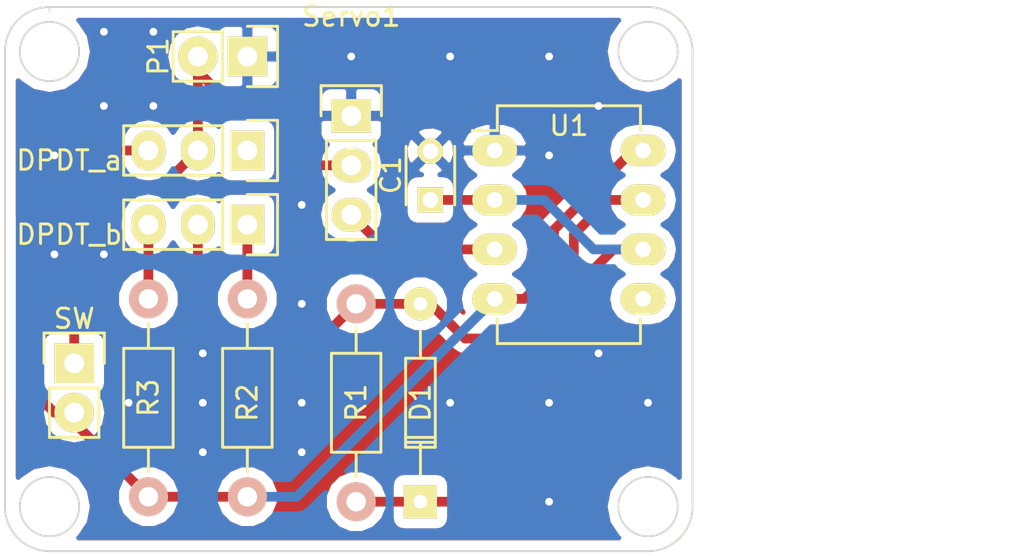
<source format=kicad_pcb>
(kicad_pcb (version 4) (host pcbnew 4.0.4+e1-6308~48~ubuntu15.10.1-stable)

  (general
    (links 21)
    (no_connects 0)
    (area 122.936 85.644666 175.514001 120.904001)
    (thickness 1.6)
    (drawings 23)
    (tracks 117)
    (zones 0)
    (modules 11)
    (nets 11)
  )

  (page A4)
  (layers
    (0 F.Cu signal)
    (31 B.Cu signal)
    (32 B.Adhes user)
    (33 F.Adhes user)
    (34 B.Paste user)
    (35 F.Paste user)
    (36 B.SilkS user)
    (37 F.SilkS user)
    (38 B.Mask user)
    (39 F.Mask user)
    (40 Dwgs.User user)
    (41 Cmts.User user)
    (42 Eco1.User user hide)
    (43 Eco2.User user hide)
    (44 Edge.Cuts user)
    (45 Margin user)
    (46 B.CrtYd user hide)
    (47 F.CrtYd user hide)
    (48 B.Fab user hide)
    (49 F.Fab user hide)
  )

  (setup
    (last_trace_width 0.5)
    (trace_clearance 0.2)
    (zone_clearance 0.508)
    (zone_45_only no)
    (trace_min 0.2)
    (segment_width 0.2)
    (edge_width 0.1)
    (via_size 0.6)
    (via_drill 0.4)
    (via_min_size 0.4)
    (via_min_drill 0.3)
    (uvia_size 0.3)
    (uvia_drill 0.1)
    (uvias_allowed no)
    (uvia_min_size 0.2)
    (uvia_min_drill 0.1)
    (pcb_text_width 0.3)
    (pcb_text_size 1.5 1.5)
    (mod_edge_width 0.15)
    (mod_text_size 1 1)
    (mod_text_width 0.15)
    (pad_size 1.5 1.5)
    (pad_drill 0.6)
    (pad_to_mask_clearance 0)
    (aux_axis_origin 0 0)
    (visible_elements FFFFFF7F)
    (pcbplotparams
      (layerselection 0x010f0_80000001)
      (usegerberextensions false)
      (excludeedgelayer true)
      (linewidth 0.100000)
      (plotframeref false)
      (viasonmask false)
      (mode 1)
      (useauxorigin false)
      (hpglpennumber 1)
      (hpglpenspeed 20)
      (hpglpendiameter 15)
      (hpglpenoverlay 2)
      (psnegative false)
      (psa4output false)
      (plotreference true)
      (plotvalue true)
      (plotinvisibletext false)
      (padsonsilk false)
      (subtractmaskfromsilk false)
      (outputformat 1)
      (mirror false)
      (drillshape 0)
      (scaleselection 1)
      (outputdirectory Gerbers/))
  )

  (net 0 "")
  (net 1 "Net-(C1-Pad1)")
  (net 2 GND)
  (net 3 "Net-(D1-Pad2)")
  (net 4 "Net-(DPDT_a1-Pad1)")
  (net 5 +5V)
  (net 6 "Net-(DPDT_a1-Pad3)")
  (net 7 "Net-(DPDT_b1-Pad1)")
  (net 8 "Net-(DPDT_b1-Pad3)")
  (net 9 "Net-(Servo1-Pad3)")
  (net 10 "Net-(U1-Pad5)")

  (net_class Default "This is the default net class."
    (clearance 0.2)
    (trace_width 0.5)
    (via_dia 0.6)
    (via_drill 0.4)
    (uvia_dia 0.3)
    (uvia_drill 0.1)
    (add_net +5V)
    (add_net GND)
    (add_net "Net-(C1-Pad1)")
    (add_net "Net-(D1-Pad2)")
    (add_net "Net-(DPDT_a1-Pad1)")
    (add_net "Net-(DPDT_a1-Pad3)")
    (add_net "Net-(DPDT_b1-Pad1)")
    (add_net "Net-(DPDT_b1-Pad3)")
    (add_net "Net-(Servo1-Pad3)")
    (add_net "Net-(U1-Pad5)")
  )

  (module Housings_DIP:DIP-8_W7.62mm_LongPads (layer F.Cu) (tedit 58018E6B) (tstamp 580052AD)
    (at 148.336 100.076)
    (descr "8-lead dip package, row spacing 7.62 mm (300 mils), longer pads")
    (tags "dil dip 2.54 300")
    (path /572514DB)
    (fp_text reference U1 (at 3.81 -1.27) (layer F.SilkS)
      (effects (font (size 1 1) (thickness 0.15)))
    )
    (fp_text value NE555 (at 3.556 -3.302) (layer F.Fab)
      (effects (font (size 1 1) (thickness 0.15)))
    )
    (fp_line (start -1.4 -2.45) (end -1.4 10.1) (layer F.CrtYd) (width 0.05))
    (fp_line (start 9 -2.45) (end 9 10.1) (layer F.CrtYd) (width 0.05))
    (fp_line (start -1.4 -2.45) (end 9 -2.45) (layer F.CrtYd) (width 0.05))
    (fp_line (start -1.4 10.1) (end 9 10.1) (layer F.CrtYd) (width 0.05))
    (fp_line (start 0.135 -2.295) (end 0.135 -1.025) (layer F.SilkS) (width 0.15))
    (fp_line (start 7.485 -2.295) (end 7.485 -1.025) (layer F.SilkS) (width 0.15))
    (fp_line (start 7.485 9.915) (end 7.485 8.645) (layer F.SilkS) (width 0.15))
    (fp_line (start 0.135 9.915) (end 0.135 8.645) (layer F.SilkS) (width 0.15))
    (fp_line (start 0.135 -2.295) (end 7.485 -2.295) (layer F.SilkS) (width 0.15))
    (fp_line (start 0.135 9.915) (end 7.485 9.915) (layer F.SilkS) (width 0.15))
    (fp_line (start 0.135 -1.025) (end -1.15 -1.025) (layer F.SilkS) (width 0.15))
    (pad 1 thru_hole oval (at 0 0) (size 2.3 1.6) (drill 0.8) (layers *.Cu *.Mask F.SilkS)
      (net 2 GND))
    (pad 2 thru_hole oval (at 0 2.54) (size 2.3 1.6) (drill 0.8) (layers *.Cu *.Mask F.SilkS)
      (net 1 "Net-(C1-Pad1)"))
    (pad 3 thru_hole oval (at 0 5.08) (size 2.3 1.6) (drill 0.8) (layers *.Cu *.Mask F.SilkS)
      (net 9 "Net-(Servo1-Pad3)"))
    (pad 4 thru_hole oval (at 0 7.62) (size 2.3 1.6) (drill 0.8) (layers *.Cu *.Mask F.SilkS)
      (net 6 "Net-(DPDT_a1-Pad3)"))
    (pad 5 thru_hole oval (at 7.62 7.62) (size 2.3 1.6) (drill 0.8) (layers *.Cu *.Mask F.SilkS)
      (net 10 "Net-(U1-Pad5)"))
    (pad 6 thru_hole oval (at 7.62 5.08) (size 2.3 1.6) (drill 0.8) (layers *.Cu *.Mask F.SilkS)
      (net 1 "Net-(C1-Pad1)"))
    (pad 7 thru_hole oval (at 7.62 2.54) (size 2.3 1.6) (drill 0.8) (layers *.Cu *.Mask F.SilkS)
      (net 3 "Net-(D1-Pad2)"))
    (pad 8 thru_hole oval (at 7.62 0) (size 2.3 1.6) (drill 0.8) (layers *.Cu *.Mask F.SilkS)
      (net 6 "Net-(DPDT_a1-Pad3)"))
    (model Housings_DIP.3dshapes/DIP-8_W7.62mm_LongPads.wrl
      (at (xyz 0 0 0))
      (scale (xyz 1 1 1))
      (rotate (xyz 0 0 0))
    )
  )

  (module Capacitors_ThroughHole:C_Disc_D3_P2.5 (layer F.Cu) (tedit 580199FF) (tstamp 5800520F)
    (at 145.034 102.616 90)
    (descr "Capacitor 3mm Disc, Pitch 2.5mm")
    (tags Capacitor)
    (path /5725048C)
    (fp_text reference C1 (at 1.27 -2.032 90) (layer F.SilkS)
      (effects (font (size 1 1) (thickness 0.15)))
    )
    (fp_text value "0.1 uF" (at 1.27 2.032 90) (layer F.Fab)
      (effects (font (size 1 1) (thickness 0.15)))
    )
    (fp_line (start -0.9 -1.5) (end 3.4 -1.5) (layer F.CrtYd) (width 0.05))
    (fp_line (start 3.4 -1.5) (end 3.4 1.5) (layer F.CrtYd) (width 0.05))
    (fp_line (start 3.4 1.5) (end -0.9 1.5) (layer F.CrtYd) (width 0.05))
    (fp_line (start -0.9 1.5) (end -0.9 -1.5) (layer F.CrtYd) (width 0.05))
    (fp_line (start -0.25 -1.25) (end 2.75 -1.25) (layer F.SilkS) (width 0.15))
    (fp_line (start 2.75 1.25) (end -0.25 1.25) (layer F.SilkS) (width 0.15))
    (pad 1 thru_hole rect (at 0 0 90) (size 1.3 1.3) (drill 0.8) (layers *.Cu *.Mask F.SilkS)
      (net 1 "Net-(C1-Pad1)"))
    (pad 2 thru_hole circle (at 2.5 0 90) (size 1.3 1.3) (drill 0.8001) (layers *.Cu *.Mask F.SilkS)
      (net 2 GND))
    (model Capacitors_ThroughHole.3dshapes/C_Disc_D3_P2.5.wrl
      (at (xyz 0.0492126 0 0))
      (scale (xyz 1 1 1))
      (rotate (xyz 0 0 0))
    )
  )

  (module Diodes_ThroughHole:Diode_DO-35_SOD27_Horizontal_RM10 (layer F.Cu) (tedit 58005615) (tstamp 5800521E)
    (at 144.526 118.11 90)
    (descr "Diode, DO-35,  SOD27, Horizontal, RM 10mm")
    (tags "Diode, DO-35, SOD27, Horizontal, RM 10mm, 1N4148,")
    (path /572503F1)
    (fp_text reference D1 (at 5.08 0 90) (layer F.SilkS)
      (effects (font (size 1 1) (thickness 0.15)))
    )
    (fp_text value 1N4004 (at 5.08 2.032 90) (layer F.Fab)
      (effects (font (size 1 1) (thickness 0.15)))
    )
    (fp_line (start 7.36652 -0.00254) (end 8.76352 -0.00254) (layer F.SilkS) (width 0.15))
    (fp_line (start 2.92152 -0.00254) (end 1.39752 -0.00254) (layer F.SilkS) (width 0.15))
    (fp_line (start 3.30252 -0.76454) (end 3.30252 0.75946) (layer F.SilkS) (width 0.15))
    (fp_line (start 3.04852 -0.76454) (end 3.04852 0.75946) (layer F.SilkS) (width 0.15))
    (fp_line (start 2.79452 -0.00254) (end 2.79452 0.75946) (layer F.SilkS) (width 0.15))
    (fp_line (start 2.79452 0.75946) (end 7.36652 0.75946) (layer F.SilkS) (width 0.15))
    (fp_line (start 7.36652 0.75946) (end 7.36652 -0.76454) (layer F.SilkS) (width 0.15))
    (fp_line (start 7.36652 -0.76454) (end 2.79452 -0.76454) (layer F.SilkS) (width 0.15))
    (fp_line (start 2.79452 -0.76454) (end 2.79452 -0.00254) (layer F.SilkS) (width 0.15))
    (pad 2 thru_hole circle (at 10.16052 -0.00254 270) (size 1.69926 1.69926) (drill 0.70104) (layers *.Cu *.Mask F.SilkS)
      (net 3 "Net-(D1-Pad2)"))
    (pad 1 thru_hole rect (at 0.00052 -0.00254 270) (size 1.69926 1.69926) (drill 0.70104) (layers *.Cu *.Mask F.SilkS)
      (net 1 "Net-(C1-Pad1)"))
    (model Diodes_ThroughHole.3dshapes/Diode_DO-35_SOD27_Horizontal_RM10.wrl
      (at (xyz 0.2 0 0))
      (scale (xyz 0.4 0.4 0.4))
      (rotate (xyz 0 0 180))
    )
  )

  (module Pin_Headers:Pin_Header_Straight_1x03 (layer F.Cu) (tedit 580193A8) (tstamp 58005230)
    (at 135.636 100.076 270)
    (descr "Through hole pin header")
    (tags "pin header")
    (path /57252FAB)
    (fp_text reference DPDT_a (at 0.508 9.144 360) (layer F.SilkS)
      (effects (font (size 1 1) (thickness 0.15)))
    )
    (fp_text value Switch_SPDT_x2 (at -2.286 2.794 360) (layer F.Fab)
      (effects (font (size 1 1) (thickness 0.15)))
    )
    (fp_line (start -1.75 -1.75) (end -1.75 6.85) (layer F.CrtYd) (width 0.05))
    (fp_line (start 1.75 -1.75) (end 1.75 6.85) (layer F.CrtYd) (width 0.05))
    (fp_line (start -1.75 -1.75) (end 1.75 -1.75) (layer F.CrtYd) (width 0.05))
    (fp_line (start -1.75 6.85) (end 1.75 6.85) (layer F.CrtYd) (width 0.05))
    (fp_line (start -1.27 1.27) (end -1.27 6.35) (layer F.SilkS) (width 0.15))
    (fp_line (start -1.27 6.35) (end 1.27 6.35) (layer F.SilkS) (width 0.15))
    (fp_line (start 1.27 6.35) (end 1.27 1.27) (layer F.SilkS) (width 0.15))
    (fp_line (start 1.55 -1.55) (end 1.55 0) (layer F.SilkS) (width 0.15))
    (fp_line (start 1.27 1.27) (end -1.27 1.27) (layer F.SilkS) (width 0.15))
    (fp_line (start -1.55 0) (end -1.55 -1.55) (layer F.SilkS) (width 0.15))
    (fp_line (start -1.55 -1.55) (end 1.55 -1.55) (layer F.SilkS) (width 0.15))
    (pad 1 thru_hole rect (at 0 0 270) (size 2.032 1.7272) (drill 1.016) (layers *.Cu *.Mask F.SilkS)
      (net 4 "Net-(DPDT_a1-Pad1)"))
    (pad 2 thru_hole oval (at 0 2.54 270) (size 2.032 1.7272) (drill 1.016) (layers *.Cu *.Mask F.SilkS)
      (net 5 +5V))
    (pad 3 thru_hole oval (at 0 5.08 270) (size 2.032 1.7272) (drill 1.016) (layers *.Cu *.Mask F.SilkS)
      (net 6 "Net-(DPDT_a1-Pad3)"))
    (model Pin_Headers.3dshapes/Pin_Header_Straight_1x03.wrl
      (at (xyz 0 -0.1 0))
      (scale (xyz 1 1 1))
      (rotate (xyz 0 0 90))
    )
  )

  (module Pin_Headers:Pin_Header_Straight_1x03 (layer F.Cu) (tedit 580193A1) (tstamp 58005242)
    (at 135.636 103.886 270)
    (descr "Through hole pin header")
    (tags "pin header")
    (path /57252FD2)
    (fp_text reference DPDT_b (at 0.508 9.144 360) (layer F.SilkS)
      (effects (font (size 1 1) (thickness 0.15)))
    )
    (fp_text value " " (at -13.462 9.398 270) (layer F.Fab)
      (effects (font (size 1 1) (thickness 0.15)))
    )
    (fp_line (start -1.75 -1.75) (end -1.75 6.85) (layer F.CrtYd) (width 0.05))
    (fp_line (start 1.75 -1.75) (end 1.75 6.85) (layer F.CrtYd) (width 0.05))
    (fp_line (start -1.75 -1.75) (end 1.75 -1.75) (layer F.CrtYd) (width 0.05))
    (fp_line (start -1.75 6.85) (end 1.75 6.85) (layer F.CrtYd) (width 0.05))
    (fp_line (start -1.27 1.27) (end -1.27 6.35) (layer F.SilkS) (width 0.15))
    (fp_line (start -1.27 6.35) (end 1.27 6.35) (layer F.SilkS) (width 0.15))
    (fp_line (start 1.27 6.35) (end 1.27 1.27) (layer F.SilkS) (width 0.15))
    (fp_line (start 1.55 -1.55) (end 1.55 0) (layer F.SilkS) (width 0.15))
    (fp_line (start 1.27 1.27) (end -1.27 1.27) (layer F.SilkS) (width 0.15))
    (fp_line (start -1.55 0) (end -1.55 -1.55) (layer F.SilkS) (width 0.15))
    (fp_line (start -1.55 -1.55) (end 1.55 -1.55) (layer F.SilkS) (width 0.15))
    (pad 1 thru_hole rect (at 0 0 270) (size 2.032 1.7272) (drill 1.016) (layers *.Cu *.Mask F.SilkS)
      (net 7 "Net-(DPDT_b1-Pad1)"))
    (pad 2 thru_hole oval (at 0 2.54 270) (size 2.032 1.7272) (drill 1.016) (layers *.Cu *.Mask F.SilkS)
      (net 3 "Net-(D1-Pad2)"))
    (pad 3 thru_hole oval (at 0 5.08 270) (size 2.032 1.7272) (drill 1.016) (layers *.Cu *.Mask F.SilkS)
      (net 8 "Net-(DPDT_b1-Pad3)"))
    (model Pin_Headers.3dshapes/Pin_Header_Straight_1x03.wrl
      (at (xyz 0 -0.1 0))
      (scale (xyz 1 1 1))
      (rotate (xyz 0 0 90))
    )
  )

  (module Resistors_ThroughHole:Resistor_Horizontal_RM10mm (layer F.Cu) (tedit 5800561B) (tstamp 58005252)
    (at 141.224 107.95 270)
    (descr "Resistor, Axial,  RM 10mm, 1/3W")
    (tags "Resistor Axial RM 10mm 1/3W")
    (path /57250120)
    (fp_text reference R1 (at 5.08 0 270) (layer F.SilkS)
      (effects (font (size 1 1) (thickness 0.15)))
    )
    (fp_text value 220k (at 5.08 2.286 270) (layer F.Fab)
      (effects (font (size 1 1) (thickness 0.15)))
    )
    (fp_line (start -1.25 -1.5) (end 11.4 -1.5) (layer F.CrtYd) (width 0.05))
    (fp_line (start -1.25 1.5) (end -1.25 -1.5) (layer F.CrtYd) (width 0.05))
    (fp_line (start 11.4 -1.5) (end 11.4 1.5) (layer F.CrtYd) (width 0.05))
    (fp_line (start -1.25 1.5) (end 11.4 1.5) (layer F.CrtYd) (width 0.05))
    (fp_line (start 2.54 -1.27) (end 7.62 -1.27) (layer F.SilkS) (width 0.15))
    (fp_line (start 7.62 -1.27) (end 7.62 1.27) (layer F.SilkS) (width 0.15))
    (fp_line (start 7.62 1.27) (end 2.54 1.27) (layer F.SilkS) (width 0.15))
    (fp_line (start 2.54 1.27) (end 2.54 -1.27) (layer F.SilkS) (width 0.15))
    (fp_line (start 2.54 0) (end 1.27 0) (layer F.SilkS) (width 0.15))
    (fp_line (start 7.62 0) (end 8.89 0) (layer F.SilkS) (width 0.15))
    (pad 1 thru_hole circle (at 0 0 270) (size 1.99898 1.99898) (drill 1.00076) (layers *.Cu *.SilkS *.Mask)
      (net 3 "Net-(D1-Pad2)"))
    (pad 2 thru_hole circle (at 10.16 0 270) (size 1.99898 1.99898) (drill 1.00076) (layers *.Cu *.SilkS *.Mask)
      (net 1 "Net-(C1-Pad1)"))
    (model Resistors_ThroughHole.3dshapes/Resistor_Horizontal_RM10mm.wrl
      (at (xyz 0.2 0 0))
      (scale (xyz 0.4 0.4 0.4))
      (rotate (xyz 0 0 0))
    )
  )

  (module Resistors_ThroughHole:Resistor_Horizontal_RM10mm (layer F.Cu) (tedit 58018EA5) (tstamp 58005262)
    (at 135.636 117.856 90)
    (descr "Resistor, Axial,  RM 10mm, 1/3W")
    (tags "Resistor Axial RM 10mm 1/3W")
    (path /572500EF)
    (fp_text reference R2 (at 4.826 0 90) (layer F.SilkS)
      (effects (font (size 1 1) (thickness 0.15)))
    )
    (fp_text value 27k (at 5.08 2.286 90) (layer F.Fab)
      (effects (font (size 1 1) (thickness 0.15)))
    )
    (fp_line (start -1.25 -1.5) (end 11.4 -1.5) (layer F.CrtYd) (width 0.05))
    (fp_line (start -1.25 1.5) (end -1.25 -1.5) (layer F.CrtYd) (width 0.05))
    (fp_line (start 11.4 -1.5) (end 11.4 1.5) (layer F.CrtYd) (width 0.05))
    (fp_line (start -1.25 1.5) (end 11.4 1.5) (layer F.CrtYd) (width 0.05))
    (fp_line (start 2.54 -1.27) (end 7.62 -1.27) (layer F.SilkS) (width 0.15))
    (fp_line (start 7.62 -1.27) (end 7.62 1.27) (layer F.SilkS) (width 0.15))
    (fp_line (start 7.62 1.27) (end 2.54 1.27) (layer F.SilkS) (width 0.15))
    (fp_line (start 2.54 1.27) (end 2.54 -1.27) (layer F.SilkS) (width 0.15))
    (fp_line (start 2.54 0) (end 1.27 0) (layer F.SilkS) (width 0.15))
    (fp_line (start 7.62 0) (end 8.89 0) (layer F.SilkS) (width 0.15))
    (pad 1 thru_hole circle (at 0 0 90) (size 1.99898 1.99898) (drill 1.00076) (layers *.Cu *.SilkS *.Mask)
      (net 6 "Net-(DPDT_a1-Pad3)"))
    (pad 2 thru_hole circle (at 10.16 0 90) (size 1.99898 1.99898) (drill 1.00076) (layers *.Cu *.SilkS *.Mask)
      (net 7 "Net-(DPDT_b1-Pad1)"))
    (model Resistors_ThroughHole.3dshapes/Resistor_Horizontal_RM10mm.wrl
      (at (xyz 0.2 0 0))
      (scale (xyz 0.4 0.4 0.4))
      (rotate (xyz 0 0 0))
    )
  )

  (module Resistors_ThroughHole:Resistor_Horizontal_RM10mm (layer F.Cu) (tedit 58018EAE) (tstamp 58005272)
    (at 130.556 117.856 90)
    (descr "Resistor, Axial,  RM 10mm, 1/3W")
    (tags "Resistor Axial RM 10mm 1/3W")
    (path /5724FFE8)
    (fp_text reference R3 (at 5.08 0 90) (layer F.SilkS)
      (effects (font (size 1 1) (thickness 0.15)))
    )
    (fp_text value 15k (at 5.08 2.286 90) (layer F.Fab)
      (effects (font (size 1 1) (thickness 0.15)))
    )
    (fp_line (start -1.25 -1.5) (end 11.4 -1.5) (layer F.CrtYd) (width 0.05))
    (fp_line (start -1.25 1.5) (end -1.25 -1.5) (layer F.CrtYd) (width 0.05))
    (fp_line (start 11.4 -1.5) (end 11.4 1.5) (layer F.CrtYd) (width 0.05))
    (fp_line (start -1.25 1.5) (end 11.4 1.5) (layer F.CrtYd) (width 0.05))
    (fp_line (start 2.54 -1.27) (end 7.62 -1.27) (layer F.SilkS) (width 0.15))
    (fp_line (start 7.62 -1.27) (end 7.62 1.27) (layer F.SilkS) (width 0.15))
    (fp_line (start 7.62 1.27) (end 2.54 1.27) (layer F.SilkS) (width 0.15))
    (fp_line (start 2.54 1.27) (end 2.54 -1.27) (layer F.SilkS) (width 0.15))
    (fp_line (start 2.54 0) (end 1.27 0) (layer F.SilkS) (width 0.15))
    (fp_line (start 7.62 0) (end 8.89 0) (layer F.SilkS) (width 0.15))
    (pad 1 thru_hole circle (at 0 0 90) (size 1.99898 1.99898) (drill 1.00076) (layers *.Cu *.SilkS *.Mask)
      (net 6 "Net-(DPDT_a1-Pad3)"))
    (pad 2 thru_hole circle (at 10.16 0 90) (size 1.99898 1.99898) (drill 1.00076) (layers *.Cu *.SilkS *.Mask)
      (net 8 "Net-(DPDT_b1-Pad3)"))
    (model Resistors_ThroughHole.3dshapes/Resistor_Horizontal_RM10mm.wrl
      (at (xyz 0.2 0 0))
      (scale (xyz 0.4 0.4 0.4))
      (rotate (xyz 0 0 0))
    )
  )

  (module Pin_Headers:Pin_Header_Straight_1x02 (layer F.Cu) (tedit 58018F27) (tstamp 5800549B)
    (at 135.636 95.25 270)
    (descr "Through hole pin header")
    (tags "pin header")
    (path /58006A29)
    (fp_text reference P1 (at 0 4.572 270) (layer F.SilkS)
      (effects (font (size 1 1) (thickness 0.15)))
    )
    (fp_text value CONN_01X02 (at -4.572 11.43 270) (layer F.Fab)
      (effects (font (size 1 1) (thickness 0.15)))
    )
    (fp_line (start 1.27 1.27) (end 1.27 3.81) (layer F.SilkS) (width 0.15))
    (fp_line (start 1.55 -1.55) (end 1.55 0) (layer F.SilkS) (width 0.15))
    (fp_line (start -1.75 -1.75) (end -1.75 4.3) (layer F.CrtYd) (width 0.05))
    (fp_line (start 1.75 -1.75) (end 1.75 4.3) (layer F.CrtYd) (width 0.05))
    (fp_line (start -1.75 -1.75) (end 1.75 -1.75) (layer F.CrtYd) (width 0.05))
    (fp_line (start -1.75 4.3) (end 1.75 4.3) (layer F.CrtYd) (width 0.05))
    (fp_line (start 1.27 1.27) (end -1.27 1.27) (layer F.SilkS) (width 0.15))
    (fp_line (start -1.55 0) (end -1.55 -1.55) (layer F.SilkS) (width 0.15))
    (fp_line (start -1.55 -1.55) (end 1.55 -1.55) (layer F.SilkS) (width 0.15))
    (fp_line (start -1.27 1.27) (end -1.27 3.81) (layer F.SilkS) (width 0.15))
    (fp_line (start -1.27 3.81) (end 1.27 3.81) (layer F.SilkS) (width 0.15))
    (pad 1 thru_hole rect (at 0 0 270) (size 2.032 2.032) (drill 1.016) (layers *.Cu *.Mask F.SilkS)
      (net 2 GND))
    (pad 2 thru_hole oval (at 0 2.54 270) (size 2.032 2.032) (drill 1.016) (layers *.Cu *.Mask F.SilkS)
      (net 5 +5V))
    (model Pin_Headers.3dshapes/Pin_Header_Straight_1x02.wrl
      (at (xyz 0 -0.05 0))
      (scale (xyz 1 1 1))
      (rotate (xyz 0 0 90))
    )
  )

  (module Pin_Headers:Pin_Header_Straight_1x02 (layer F.Cu) (tedit 58018F01) (tstamp 580055D6)
    (at 126.746 110.998)
    (descr "Through hole pin header")
    (tags "pin header")
    (path /58006D2B)
    (fp_text reference SW (at 0 -2.286) (layer F.SilkS)
      (effects (font (size 1 1) (thickness 0.15)))
    )
    (fp_text value SPST (at 0 -3.556) (layer F.Fab)
      (effects (font (size 1 1) (thickness 0.15)))
    )
    (fp_line (start 1.27 1.27) (end 1.27 3.81) (layer F.SilkS) (width 0.15))
    (fp_line (start 1.55 -1.55) (end 1.55 0) (layer F.SilkS) (width 0.15))
    (fp_line (start -1.75 -1.75) (end -1.75 4.3) (layer F.CrtYd) (width 0.05))
    (fp_line (start 1.75 -1.75) (end 1.75 4.3) (layer F.CrtYd) (width 0.05))
    (fp_line (start -1.75 -1.75) (end 1.75 -1.75) (layer F.CrtYd) (width 0.05))
    (fp_line (start -1.75 4.3) (end 1.75 4.3) (layer F.CrtYd) (width 0.05))
    (fp_line (start 1.27 1.27) (end -1.27 1.27) (layer F.SilkS) (width 0.15))
    (fp_line (start -1.55 0) (end -1.55 -1.55) (layer F.SilkS) (width 0.15))
    (fp_line (start -1.55 -1.55) (end 1.55 -1.55) (layer F.SilkS) (width 0.15))
    (fp_line (start -1.27 1.27) (end -1.27 3.81) (layer F.SilkS) (width 0.15))
    (fp_line (start -1.27 3.81) (end 1.27 3.81) (layer F.SilkS) (width 0.15))
    (pad 1 thru_hole rect (at 0 0) (size 2.032 2.032) (drill 1.016) (layers *.Cu *.Mask F.SilkS)
      (net 5 +5V))
    (pad 2 thru_hole oval (at 0 2.54) (size 2.032 2.032) (drill 1.016) (layers *.Cu *.Mask F.SilkS)
      (net 6 "Net-(DPDT_a1-Pad3)"))
    (model Pin_Headers.3dshapes/Pin_Header_Straight_1x02.wrl
      (at (xyz 0 -0.05 0))
      (scale (xyz 1 1 1))
      (rotate (xyz 0 0 90))
    )
  )

  (module Pin_Headers:Pin_Header_Straight_1x03 (layer F.Cu) (tedit 0) (tstamp 5813EAA6)
    (at 140.97 98.298)
    (descr "Through hole pin header")
    (tags "pin header")
    (path /57251DF1)
    (fp_text reference Servo1 (at 0 -5.1) (layer F.SilkS)
      (effects (font (size 1 1) (thickness 0.15)))
    )
    (fp_text value CONN_01X03 (at 0 -3.1) (layer F.Fab)
      (effects (font (size 1 1) (thickness 0.15)))
    )
    (fp_line (start -1.75 -1.75) (end -1.75 6.85) (layer F.CrtYd) (width 0.05))
    (fp_line (start 1.75 -1.75) (end 1.75 6.85) (layer F.CrtYd) (width 0.05))
    (fp_line (start -1.75 -1.75) (end 1.75 -1.75) (layer F.CrtYd) (width 0.05))
    (fp_line (start -1.75 6.85) (end 1.75 6.85) (layer F.CrtYd) (width 0.05))
    (fp_line (start -1.27 1.27) (end -1.27 6.35) (layer F.SilkS) (width 0.15))
    (fp_line (start -1.27 6.35) (end 1.27 6.35) (layer F.SilkS) (width 0.15))
    (fp_line (start 1.27 6.35) (end 1.27 1.27) (layer F.SilkS) (width 0.15))
    (fp_line (start 1.55 -1.55) (end 1.55 0) (layer F.SilkS) (width 0.15))
    (fp_line (start 1.27 1.27) (end -1.27 1.27) (layer F.SilkS) (width 0.15))
    (fp_line (start -1.55 0) (end -1.55 -1.55) (layer F.SilkS) (width 0.15))
    (fp_line (start -1.55 -1.55) (end 1.55 -1.55) (layer F.SilkS) (width 0.15))
    (pad 1 thru_hole rect (at 0 0) (size 2.032 1.7272) (drill 1.016) (layers *.Cu *.Mask F.SilkS)
      (net 2 GND))
    (pad 2 thru_hole oval (at 0 2.54) (size 2.032 1.7272) (drill 1.016) (layers *.Cu *.Mask F.SilkS)
      (net 5 +5V))
    (pad 3 thru_hole oval (at 0 5.08) (size 2.032 1.7272) (drill 1.016) (layers *.Cu *.Mask F.SilkS)
      (net 9 "Net-(Servo1-Pad3)"))
    (model Pin_Headers.3dshapes/Pin_Header_Straight_1x03.wrl
      (at (xyz 0 -0.1 0))
      (scale (xyz 1 1 1))
      (rotate (xyz 0 0 90))
    )
  )

  (dimension 27.686 (width 0.3) (layer Eco2.User)
    (gr_text "27.686 mm" (at 163.148 106.553 270) (layer Eco2.User)
      (effects (font (size 1.5 1.5) (thickness 0.3)))
    )
    (feature1 (pts (xy 156.21 120.396) (xy 164.498 120.396)))
    (feature2 (pts (xy 156.21 92.71) (xy 164.498 92.71)))
    (crossbar (pts (xy 161.798 92.71) (xy 161.798 120.396)))
    (arrow1a (pts (xy 161.798 120.396) (xy 161.211579 119.269496)))
    (arrow1b (pts (xy 161.798 120.396) (xy 162.384421 119.269496)))
    (arrow2a (pts (xy 161.798 92.71) (xy 161.211579 93.836504)))
    (arrow2b (pts (xy 161.798 92.71) (xy 162.384421 93.836504)))
  )
  (dimension 35.306 (width 0.3) (layer Eco2.User)
    (gr_text "35.306 mm" (at 140.843 90.344) (layer Eco2.User)
      (effects (font (size 1.5 1.5) (thickness 0.3)))
    )
    (feature1 (pts (xy 158.496 95.25) (xy 158.496 88.994)))
    (feature2 (pts (xy 123.19 95.25) (xy 123.19 88.994)))
    (crossbar (pts (xy 123.19 91.694) (xy 158.496 91.694)))
    (arrow1a (pts (xy 158.496 91.694) (xy 157.369496 92.280421)))
    (arrow1b (pts (xy 158.496 91.694) (xy 157.369496 91.107579)))
    (arrow2a (pts (xy 123.19 91.694) (xy 124.316504 92.280421)))
    (arrow2b (pts (xy 123.19 91.694) (xy 124.316504 91.107579)))
  )
  (gr_line (start 125.476 120.65) (end 156.21 120.65) (angle 90) (layer Edge.Cuts) (width 0.1))
  (gr_line (start 125.476 92.71) (end 125.476 92.964) (angle 90) (layer Edge.Cuts) (width 0.1))
  (gr_line (start 156.21 92.71) (end 125.476 92.71) (angle 90) (layer Edge.Cuts) (width 0.1))
  (gr_line (start 123.19 118.364) (end 123.19 94.996) (angle 90) (layer Edge.Cuts) (width 0.1))
  (gr_line (start 158.496 94.996) (end 158.496 118.364) (angle 90) (layer Edge.Cuts) (width 0.1))
  (gr_circle (center 156.21 118.364) (end 156.21 119.888) (layer Edge.Cuts) (width 0.1))
  (gr_circle (center 156.21 94.996) (end 154.686 94.996) (layer Edge.Cuts) (width 0.1))
  (gr_arc (start 125.476 94.996) (end 123.19 94.996) (angle 90) (layer Edge.Cuts) (width 0.1))
  (gr_circle (center 125.476 94.996) (end 125.476 96.52) (layer Edge.Cuts) (width 0.1))
  (gr_circle (center 125.476 118.364) (end 125.476 119.888) (layer Edge.Cuts) (width 0.1))
  (gr_arc (start 125.476 118.364) (end 125.476 120.65) (angle 90) (layer Edge.Cuts) (width 0.1))
  (gr_arc (start 156.21 118.364) (end 158.496 118.364) (angle 90) (layer Edge.Cuts) (width 0.1))
  (gr_arc (start 156.21 94.996) (end 156.21 92.71) (angle 90) (layer Edge.Cuts) (width 0.1))
  (gr_circle (center 172.974 94.996) (end 174.498 94.996) (layer Eco1.User) (width 0.2))
  (gr_circle (center 172.974 118.364) (end 172.974 119.888) (layer Eco1.User) (width 0.2))
  (gr_circle (center 125.476 118.364) (end 125.476 119.888) (layer Eco1.User) (width 0.2))
  (gr_circle (center 125.476 94.996) (end 123.952 94.996) (layer Eco1.User) (width 0.2))
  (gr_line (start 123.19 92.71) (end 175.26 92.71) (angle 90) (layer Eco1.User) (width 0.2))
  (gr_line (start 123.19 120.65) (end 123.19 92.71) (angle 90) (layer Eco1.User) (width 0.2))
  (gr_line (start 175.26 120.65) (end 123.19 120.65) (angle 90) (layer Eco1.User) (width 0.2))
  (gr_line (start 175.26 92.71) (end 175.26 120.65) (angle 90) (layer Eco1.User) (width 0.2))

  (segment (start 155.956 105.156) (end 153.416 105.156) (width 0.5) (layer B.Cu) (net 1))
  (segment (start 153.416 105.156) (end 150.876 102.616) (width 0.5) (layer B.Cu) (net 1) (tstamp 58019CE6))
  (segment (start 150.876 102.616) (end 148.336 102.616) (width 0.5) (layer B.Cu) (net 1) (tstamp 58019CEC))
  (segment (start 148.336 102.616) (end 145.034 102.616) (width 0.5) (layer F.Cu) (net 1))
  (segment (start 144.52346 118.10948) (end 146.05052 118.10948) (width 0.5) (layer F.Cu) (net 1))
  (segment (start 146.05052 118.10948) (end 148.082 116.078) (width 0.5) (layer F.Cu) (net 1) (tstamp 58019C20))
  (segment (start 148.082 116.078) (end 148.082 112.776) (width 0.5) (layer F.Cu) (net 1) (tstamp 58019C2E))
  (segment (start 148.082 112.776) (end 153.416 107.442) (width 0.5) (layer F.Cu) (net 1) (tstamp 58019C33))
  (segment (start 153.416 107.442) (end 153.416 106.172) (width 0.5) (layer F.Cu) (net 1) (tstamp 58019C37))
  (segment (start 153.416 106.172) (end 154.432 105.156) (width 0.5) (layer F.Cu) (net 1) (tstamp 58019C3C))
  (segment (start 154.432 105.156) (end 155.956 105.156) (width 0.5) (layer F.Cu) (net 1) (tstamp 58019C40))
  (segment (start 141.224 118.11) (end 144.52294 118.11) (width 0.5) (layer F.Cu) (net 1))
  (segment (start 144.52294 118.11) (end 144.52346 118.10948) (width 0.5) (layer F.Cu) (net 1) (tstamp 58019BE0))
  (segment (start 129.54 110.49) (end 129.54 113.03) (width 0.5) (layer F.Cu) (net 2))
  (via (at 133.35 113.03) (size 0.6) (drill 0.4) (layers F.Cu B.Cu) (net 2))
  (segment (start 129.54 113.03) (end 133.35 113.03) (width 0.5) (layer B.Cu) (net 2) (tstamp 5813EC5F))
  (via (at 129.54 113.03) (size 0.6) (drill 0.4) (layers F.Cu B.Cu) (net 2))
  (segment (start 129.54 110.49) (end 133.35 110.49) (width 0.5) (layer B.Cu) (net 2))
  (via (at 133.35 110.49) (size 0.6) (drill 0.4) (layers F.Cu B.Cu) (net 2))
  (segment (start 133.35 110.49) (end 133.35 113.03) (width 0.5) (layer F.Cu) (net 2))
  (segment (start 138.43 113.03) (end 138.43 115.57) (width 0.5) (layer B.Cu) (net 2))
  (via (at 138.43 115.57) (size 0.6) (drill 0.4) (layers F.Cu B.Cu) (net 2))
  (segment (start 133.35 113.03) (end 133.35 115.57) (width 0.5) (layer F.Cu) (net 2))
  (via (at 133.35 115.57) (size 0.6) (drill 0.4) (layers F.Cu B.Cu) (net 2))
  (segment (start 156.21 113.03) (end 153.67 110.49) (width 0.5) (layer B.Cu) (net 2))
  (via (at 153.67 110.49) (size 0.6) (drill 0.4) (layers F.Cu B.Cu) (net 2))
  (segment (start 151.13 100.33) (end 153.67 97.79) (width 0.5) (layer F.Cu) (net 2))
  (via (at 153.67 97.79) (size 0.6) (drill 0.4) (layers F.Cu B.Cu) (net 2))
  (segment (start 125.73 105.41) (end 125.73 100.33) (width 0.5) (layer B.Cu) (net 2))
  (via (at 125.73 105.41) (size 0.6) (drill 0.4) (layers F.Cu B.Cu) (net 2))
  (segment (start 138.43 113.03) (end 133.35 113.03) (width 0.5) (layer F.Cu) (net 2) (tstamp 5813EB7F))
  (via (at 128.27 105.41) (size 0.6) (drill 0.4) (layers F.Cu B.Cu) (net 2))
  (segment (start 128.27 109.22) (end 128.27 105.41) (width 0.5) (layer B.Cu) (net 2) (tstamp 5813EBD3))
  (segment (start 129.54 110.49) (end 128.27 109.22) (width 0.5) (layer B.Cu) (net 2) (tstamp 5813EBCA))
  (segment (start 125.73 105.41) (end 128.27 105.41) (width 0.5) (layer B.Cu) (net 2))
  (via (at 130.81 97.79) (size 0.6) (drill 0.4) (layers F.Cu B.Cu) (net 2))
  (segment (start 130.81 93.98) (end 130.81 97.79) (width 0.5) (layer B.Cu) (net 2) (tstamp 5813EC00))
  (via (at 130.81 93.98) (size 0.6) (drill 0.4) (layers F.Cu B.Cu) (net 2))
  (segment (start 128.27 93.98) (end 130.81 93.98) (width 0.5) (layer F.Cu) (net 2) (tstamp 5813EBFD))
  (via (at 128.27 93.98) (size 0.6) (drill 0.4) (layers F.Cu B.Cu) (net 2))
  (segment (start 128.27 97.79) (end 128.27 93.98) (width 0.5) (layer B.Cu) (net 2) (tstamp 5813EBF5))
  (via (at 128.27 97.79) (size 0.6) (drill 0.4) (layers F.Cu B.Cu) (net 2))
  (segment (start 125.73 100.33) (end 128.27 97.79) (width 0.5) (layer F.Cu) (net 2) (tstamp 5813EBF0))
  (via (at 125.73 100.33) (size 0.6) (drill 0.4) (layers F.Cu B.Cu) (net 2))
  (segment (start 146.05 113.03) (end 151.13 113.03) (width 0.5) (layer B.Cu) (net 2))
  (via (at 146.05 113.03) (size 0.6) (drill 0.4) (layers F.Cu B.Cu) (net 2))
  (segment (start 138.43 113.03) (end 146.05 113.03) (width 0.5) (layer F.Cu) (net 2))
  (via (at 151.13 118.11) (size 0.6) (drill 0.4) (layers F.Cu B.Cu) (net 2))
  (segment (start 156.21 113.03) (end 151.13 118.11) (width 0.5) (layer B.Cu) (net 2) (tstamp 5813EBB2))
  (via (at 156.21 113.03) (size 0.6) (drill 0.4) (layers F.Cu B.Cu) (net 2))
  (segment (start 151.13 113.03) (end 156.21 113.03) (width 0.5) (layer F.Cu) (net 2) (tstamp 5813EBAD))
  (via (at 151.13 113.03) (size 0.6) (drill 0.4) (layers F.Cu B.Cu) (net 2))
  (segment (start 135.636 95.25) (end 137.16 95.25) (width 0.5) (layer B.Cu) (net 2) (status 400000))
  (via (at 138.43 113.03) (size 0.6) (drill 0.4) (layers F.Cu B.Cu) (net 2))
  (segment (start 138.43 107.95) (end 138.43 113.03) (width 0.5) (layer B.Cu) (net 2) (tstamp 5813EB7A))
  (via (at 138.43 107.95) (size 0.6) (drill 0.4) (layers F.Cu B.Cu) (net 2))
  (segment (start 138.43 102.87) (end 138.43 107.95) (width 0.5) (layer F.Cu) (net 2) (tstamp 5813EB76))
  (via (at 138.43 102.87) (size 0.6) (drill 0.4) (layers F.Cu B.Cu) (net 2))
  (segment (start 138.43 96.52) (end 138.43 102.87) (width 0.5) (layer B.Cu) (net 2) (tstamp 5813EB71))
  (segment (start 137.16 95.25) (end 138.43 96.52) (width 0.5) (layer B.Cu) (net 2) (tstamp 5813EB6F))
  (segment (start 135.636 95.25) (end 140.97 95.25) (width 0.5) (layer F.Cu) (net 2) (status 400000))
  (segment (start 150.876 100.076) (end 148.336 100.076) (width 0.5) (layer F.Cu) (net 2) (tstamp 5813EB16) (status 800000))
  (segment (start 151.13 100.33) (end 150.876 100.076) (width 0.5) (layer F.Cu) (net 2) (tstamp 5813EB15))
  (via (at 151.13 100.33) (size 0.6) (drill 0.4) (layers F.Cu B.Cu) (net 2))
  (segment (start 151.13 95.25) (end 151.13 100.33) (width 0.5) (layer B.Cu) (net 2) (tstamp 5813EB12))
  (via (at 151.13 95.25) (size 0.6) (drill 0.4) (layers F.Cu B.Cu) (net 2))
  (segment (start 146.05 95.25) (end 151.13 95.25) (width 0.5) (layer F.Cu) (net 2) (tstamp 5813EB0F))
  (via (at 146.05 95.25) (size 0.6) (drill 0.4) (layers F.Cu B.Cu) (net 2))
  (segment (start 140.97 95.25) (end 146.05 95.25) (width 0.5) (layer B.Cu) (net 2) (tstamp 5813EB0C))
  (via (at 140.97 95.25) (size 0.6) (drill 0.4) (layers F.Cu B.Cu) (net 2))
  (segment (start 140.462 97.79) (end 140.97 98.298) (width 0.5) (layer F.Cu) (net 2) (tstamp 58019C77))
  (segment (start 141.224 107.95) (end 138.684 110.49) (width 0.5) (layer F.Cu) (net 3))
  (segment (start 138.684 110.49) (end 134.874 110.49) (width 0.5) (layer F.Cu) (net 3) (tstamp 58019C9C))
  (segment (start 134.874 110.49) (end 133.096 108.712) (width 0.5) (layer F.Cu) (net 3) (tstamp 58019CBE))
  (segment (start 133.096 108.712) (end 133.096 103.886) (width 0.5) (layer F.Cu) (net 3) (tstamp 58019CC4))
  (segment (start 144.52346 107.94948) (end 145.03348 107.94948) (width 0.5) (layer F.Cu) (net 3))
  (segment (start 145.03348 107.94948) (end 146.812 109.728) (width 0.5) (layer F.Cu) (net 3) (tstamp 58019BE7))
  (segment (start 146.812 109.728) (end 149.606 109.728) (width 0.5) (layer F.Cu) (net 3) (tstamp 58019BF9))
  (segment (start 149.606 109.728) (end 152.4 106.934) (width 0.5) (layer F.Cu) (net 3) (tstamp 58019BFC))
  (segment (start 152.4 106.934) (end 152.4 104.394) (width 0.5) (layer F.Cu) (net 3) (tstamp 58019C00))
  (segment (start 152.4 104.394) (end 154.178 102.616) (width 0.5) (layer F.Cu) (net 3) (tstamp 58019C02))
  (segment (start 154.178 102.616) (end 155.956 102.616) (width 0.5) (layer F.Cu) (net 3) (tstamp 58019C04))
  (segment (start 141.224 107.95) (end 144.52294 107.95) (width 0.5) (layer F.Cu) (net 3))
  (segment (start 144.52294 107.95) (end 144.52346 107.94948) (width 0.5) (layer F.Cu) (net 3) (tstamp 58019BE4))
  (segment (start 133.096 95.25) (end 133.096 96.012) (width 0.5) (layer F.Cu) (net 5) (status C00000))
  (segment (start 133.096 96.012) (end 134.874 97.79) (width 0.5) (layer F.Cu) (net 5) (tstamp 5813EB01) (status 400000))
  (segment (start 139.192 100.838) (end 140.97 100.838) (width 0.5) (layer F.Cu) (net 5) (tstamp 5813EB06) (status 800000))
  (segment (start 138.43 100.076) (end 139.192 100.838) (width 0.5) (layer F.Cu) (net 5) (tstamp 5813EB05))
  (segment (start 138.43 99.06) (end 138.43 100.076) (width 0.5) (layer F.Cu) (net 5) (tstamp 5813EB04))
  (segment (start 137.16 97.79) (end 138.43 99.06) (width 0.5) (layer F.Cu) (net 5) (tstamp 5813EB03))
  (segment (start 134.874 97.79) (end 137.16 97.79) (width 0.5) (layer F.Cu) (net 5) (tstamp 5813EB02))
  (segment (start 133.096 95.25) (end 133.096 96.266) (width 0.5) (layer F.Cu) (net 5))
  (segment (start 133.096 100.076) (end 133.096 95.25) (width 0.5) (layer F.Cu) (net 5))
  (segment (start 126.746 110.998) (end 126.746 104.14) (width 0.5) (layer F.Cu) (net 5))
  (segment (start 126.746 104.14) (end 129.032 101.854) (width 0.5) (layer F.Cu) (net 5) (tstamp 5801963E))
  (segment (start 129.032 101.854) (end 131.318 101.854) (width 0.5) (layer F.Cu) (net 5) (tstamp 58019646))
  (segment (start 131.318 101.854) (end 133.096 100.076) (width 0.5) (layer F.Cu) (net 5) (tstamp 5801964C))
  (segment (start 135.636 117.856) (end 138.176 117.856) (width 0.5) (layer B.Cu) (net 6))
  (segment (start 138.176 117.856) (end 148.336 107.696) (width 0.5) (layer B.Cu) (net 6) (tstamp 58019CF1))
  (segment (start 155.956 100.076) (end 155.448 100.076) (width 0.5) (layer F.Cu) (net 6))
  (segment (start 155.448 100.076) (end 151.384 104.14) (width 0.5) (layer F.Cu) (net 6) (tstamp 58019C47))
  (segment (start 151.384 104.14) (end 151.384 106.172) (width 0.5) (layer F.Cu) (net 6) (tstamp 58019C4C))
  (segment (start 151.384 106.172) (end 149.86 107.696) (width 0.5) (layer F.Cu) (net 6) (tstamp 58019C51))
  (segment (start 149.86 107.696) (end 148.336 107.696) (width 0.5) (layer F.Cu) (net 6) (tstamp 58019C55))
  (segment (start 126.746 113.538) (end 126.746 114.046) (width 0.5) (layer F.Cu) (net 6))
  (segment (start 126.746 114.046) (end 130.556 117.856) (width 0.5) (layer F.Cu) (net 6) (tstamp 580197B7))
  (segment (start 126.746 113.538) (end 125.73 113.538) (width 0.5) (layer F.Cu) (net 6))
  (segment (start 125.73 113.538) (end 124.46 112.268) (width 0.5) (layer F.Cu) (net 6) (tstamp 5801962B))
  (segment (start 124.46 112.268) (end 124.46 104.14) (width 0.5) (layer F.Cu) (net 6) (tstamp 58019630))
  (segment (start 124.46 104.14) (end 128.524 100.076) (width 0.5) (layer F.Cu) (net 6) (tstamp 58019634))
  (segment (start 128.524 100.076) (end 130.556 100.076) (width 0.5) (layer F.Cu) (net 6) (tstamp 58019638))
  (segment (start 135.636 117.856) (end 130.556 117.856) (width 0.5) (layer F.Cu) (net 6))
  (segment (start 126.746 114.046) (end 126.746 113.538) (width 0.25) (layer F.Cu) (net 6) (tstamp 58019513))
  (segment (start 135.636 103.886) (end 135.636 107.696) (width 0.5) (layer F.Cu) (net 7))
  (segment (start 130.556 103.886) (end 130.556 107.696) (width 0.5) (layer F.Cu) (net 8))
  (segment (start 148.336 105.156) (end 142.748 105.156) (width 0.5) (layer F.Cu) (net 9))
  (segment (start 142.748 105.156) (end 140.97 103.378) (width 0.5) (layer F.Cu) (net 9) (tstamp 58019C60))

  (zone (net 2) (net_name GND) (layer F.Cu) (tstamp 5801941C) (hatch edge 0.508)
    (connect_pads (clearance 0.508))
    (min_thickness 0.254)
    (fill yes (arc_segments 16) (thermal_gap 0.508) (thermal_bridge_width 0.508))
    (polygon
      (pts
        (xy 175.514 120.904) (xy 122.936 120.904) (xy 122.936 92.456) (xy 175.514 92.456)
      )
    )
    (filled_polygon
      (pts
        (xy 154.648001 93.434001) (xy 154.16915 94.150652) (xy 154.001 94.996) (xy 154.16915 95.841348) (xy 154.648001 96.557999)
        (xy 155.364652 97.03685) (xy 156.21 97.205) (xy 157.055348 97.03685) (xy 157.771999 96.557999) (xy 157.811 96.49963)
        (xy 157.811 116.86037) (xy 157.771999 116.802001) (xy 157.055348 116.32315) (xy 156.21 116.155) (xy 155.364652 116.32315)
        (xy 154.648001 116.802001) (xy 154.16915 117.518652) (xy 154.001 118.364) (xy 154.16915 119.209348) (xy 154.648001 119.925999)
        (xy 154.70637 119.965) (xy 126.97963 119.965) (xy 127.037999 119.925999) (xy 127.51685 119.209348) (xy 127.685 118.364)
        (xy 127.51685 117.518652) (xy 127.037999 116.802001) (xy 126.321348 116.32315) (xy 125.476 116.155) (xy 124.630652 116.32315)
        (xy 123.914001 116.802001) (xy 123.875 116.86037) (xy 123.875 112.93458) (xy 125.104208 114.163787) (xy 125.10421 114.16379)
        (xy 125.248911 114.260475) (xy 125.546222 114.705433) (xy 126.081845 115.063325) (xy 126.618491 115.170071) (xy 128.938248 117.489827)
        (xy 128.921794 117.529453) (xy 128.921226 118.179694) (xy 129.169538 118.780655) (xy 129.628927 119.240846) (xy 130.229453 119.490206)
        (xy 130.879694 119.490774) (xy 131.480655 119.242462) (xy 131.940846 118.783073) (xy 131.958316 118.741) (xy 134.233153 118.741)
        (xy 134.249538 118.780655) (xy 134.708927 119.240846) (xy 135.309453 119.490206) (xy 135.959694 119.490774) (xy 136.560655 119.242462)
        (xy 137.020846 118.783073) (xy 137.270206 118.182547) (xy 137.270774 117.532306) (xy 137.022462 116.931345) (xy 136.563073 116.471154)
        (xy 135.962547 116.221794) (xy 135.312306 116.221226) (xy 134.711345 116.469538) (xy 134.251154 116.928927) (xy 134.233684 116.971)
        (xy 131.958847 116.971) (xy 131.942462 116.931345) (xy 131.483073 116.471154) (xy 130.882547 116.221794) (xy 130.232306 116.221226)
        (xy 130.190202 116.238623) (xy 128.230659 114.279079) (xy 128.30367 114.16981) (xy 128.429345 113.538) (xy 128.30367 112.90619)
        (xy 128.076501 112.566208) (xy 128.213441 112.47809) (xy 128.358431 112.26589) (xy 128.40944 112.014) (xy 128.40944 109.982)
        (xy 128.365162 109.746683) (xy 128.22609 109.530559) (xy 128.01389 109.385569) (xy 127.762 109.33456) (xy 127.631 109.33456)
        (xy 127.631 104.50658) (xy 129.398579 102.739) (xy 129.431239 102.739) (xy 129.171474 103.127766) (xy 129.0574 103.701255)
        (xy 129.0574 104.070745) (xy 129.171474 104.644234) (xy 129.49633 105.130415) (xy 129.671 105.247126) (xy 129.671 106.293153)
        (xy 129.631345 106.309538) (xy 129.171154 106.768927) (xy 128.921794 107.369453) (xy 128.921226 108.019694) (xy 129.169538 108.620655)
        (xy 129.628927 109.080846) (xy 130.229453 109.330206) (xy 130.879694 109.330774) (xy 131.480655 109.082462) (xy 131.940846 108.623073)
        (xy 132.190206 108.022547) (xy 132.190774 107.372306) (xy 131.942462 106.771345) (xy 131.483073 106.311154) (xy 131.441 106.293684)
        (xy 131.441 105.247126) (xy 131.61567 105.130415) (xy 131.826 104.815634) (xy 132.03633 105.130415) (xy 132.211 105.247126)
        (xy 132.211 108.711995) (xy 132.210999 108.712) (xy 132.243354 108.874655) (xy 132.278367 109.050675) (xy 132.383056 109.207354)
        (xy 132.47021 109.33779) (xy 134.248208 111.115787) (xy 134.24821 111.11579) (xy 134.535325 111.307633) (xy 134.591516 111.31881)
        (xy 134.874 111.375001) (xy 134.874005 111.375) (xy 138.683995 111.375) (xy 138.684 111.375001) (xy 138.966484 111.31881)
        (xy 139.022675 111.307633) (xy 139.30979 111.11579) (xy 140.857827 109.567752) (xy 140.897453 109.584206) (xy 141.547694 109.584774)
        (xy 142.148655 109.336462) (xy 142.608846 108.877073) (xy 142.626316 108.835) (xy 143.309681 108.835) (xy 143.681386 109.207354)
        (xy 144.226853 109.433852) (xy 144.817476 109.434368) (xy 145.135417 109.302997) (xy 146.186208 110.353787) (xy 146.18621 110.35379)
        (xy 146.390064 110.49) (xy 146.473325 110.545633) (xy 146.812 110.613001) (xy 146.812005 110.613) (xy 148.99342 110.613)
        (xy 147.45621 112.15021) (xy 147.264367 112.437325) (xy 147.264367 112.437326) (xy 147.196999 112.776) (xy 147.197 112.776005)
        (xy 147.197 115.711421) (xy 145.940088 116.968332) (xy 145.83718 116.808409) (xy 145.62498 116.663419) (xy 145.37309 116.61241)
        (xy 143.67383 116.61241) (xy 143.438513 116.656688) (xy 143.222389 116.79576) (xy 143.077399 117.00796) (xy 143.033447 117.225)
        (xy 142.626847 117.225) (xy 142.610462 117.185345) (xy 142.151073 116.725154) (xy 141.550547 116.475794) (xy 140.900306 116.475226)
        (xy 140.299345 116.723538) (xy 139.839154 117.182927) (xy 139.589794 117.783453) (xy 139.589226 118.433694) (xy 139.837538 119.034655)
        (xy 140.296927 119.494846) (xy 140.897453 119.744206) (xy 141.547694 119.744774) (xy 142.148655 119.496462) (xy 142.608846 119.037073)
        (xy 142.626316 118.995) (xy 143.033143 118.995) (xy 143.070668 119.194427) (xy 143.20974 119.410551) (xy 143.42194 119.555541)
        (xy 143.67383 119.60655) (xy 145.37309 119.60655) (xy 145.608407 119.562272) (xy 145.824531 119.4232) (xy 145.969521 119.211)
        (xy 146.013367 118.99448) (xy 146.050515 118.99448) (xy 146.05052 118.994481) (xy 146.333004 118.93829) (xy 146.389195 118.927113)
        (xy 146.67631 118.73527) (xy 148.707787 116.703792) (xy 148.70779 116.70379) (xy 148.899633 116.416675) (xy 148.899634 116.416674)
        (xy 148.967001 116.078) (xy 148.967 116.077995) (xy 148.967 113.14258) (xy 154.041787 108.067792) (xy 154.04179 108.06779)
        (xy 154.1714 107.873815) (xy 154.245263 108.245151) (xy 154.556332 108.710698) (xy 155.021879 109.021767) (xy 155.57103 109.131)
        (xy 156.34097 109.131) (xy 156.890121 109.021767) (xy 157.355668 108.710698) (xy 157.666737 108.245151) (xy 157.77597 107.696)
        (xy 157.666737 107.146849) (xy 157.355668 106.681302) (xy 156.973582 106.426) (xy 157.355668 106.170698) (xy 157.666737 105.705151)
        (xy 157.77597 105.156) (xy 157.666737 104.606849) (xy 157.355668 104.141302) (xy 156.973582 103.886) (xy 157.355668 103.630698)
        (xy 157.666737 103.165151) (xy 157.77597 102.616) (xy 157.666737 102.066849) (xy 157.355668 101.601302) (xy 156.973582 101.346)
        (xy 157.355668 101.090698) (xy 157.666737 100.625151) (xy 157.77597 100.076) (xy 157.666737 99.526849) (xy 157.355668 99.061302)
        (xy 156.890121 98.750233) (xy 156.34097 98.641) (xy 155.57103 98.641) (xy 155.021879 98.750233) (xy 154.556332 99.061302)
        (xy 154.245263 99.526849) (xy 154.13603 100.076) (xy 154.146049 100.126371) (xy 150.75821 103.51421) (xy 150.566367 103.801325)
        (xy 150.566367 103.801326) (xy 150.498999 104.14) (xy 150.499 104.140005) (xy 150.499 105.805421) (xy 149.668199 106.636221)
        (xy 149.353582 106.426) (xy 149.735668 106.170698) (xy 150.046737 105.705151) (xy 150.15597 105.156) (xy 150.046737 104.606849)
        (xy 149.735668 104.141302) (xy 149.353582 103.886) (xy 149.735668 103.630698) (xy 150.046737 103.165151) (xy 150.15597 102.616)
        (xy 150.046737 102.066849) (xy 149.735668 101.601302) (xy 149.357849 101.348851) (xy 149.7905 101.000896) (xy 150.060367 100.507819)
        (xy 150.077904 100.425039) (xy 149.955915 100.203) (xy 148.463 100.203) (xy 148.463 100.223) (xy 148.209 100.223)
        (xy 148.209 100.203) (xy 146.716085 100.203) (xy 146.594096 100.425039) (xy 146.611633 100.507819) (xy 146.8815 101.000896)
        (xy 147.314151 101.348851) (xy 146.936332 101.601302) (xy 146.84967 101.731) (xy 146.287222 101.731) (xy 146.287162 101.730683)
        (xy 146.14809 101.514559) (xy 145.93589 101.369569) (xy 145.684 101.31856) (xy 145.521615 101.31856) (xy 145.697729 101.245611)
        (xy 145.75341 101.015016) (xy 145.034 100.295605) (xy 144.31459 101.015016) (xy 144.370271 101.245611) (xy 144.579902 101.31856)
        (xy 144.384 101.31856) (xy 144.148683 101.362838) (xy 143.932559 101.50191) (xy 143.787569 101.71411) (xy 143.73656 101.966)
        (xy 143.73656 103.266) (xy 143.780838 103.501317) (xy 143.91991 103.717441) (xy 144.13211 103.862431) (xy 144.384 103.91344)
        (xy 145.684 103.91344) (xy 145.919317 103.869162) (xy 146.135441 103.73009) (xy 146.280431 103.51789) (xy 146.283851 103.501)
        (xy 146.84967 103.501) (xy 146.936332 103.630698) (xy 147.318418 103.886) (xy 146.936332 104.141302) (xy 146.84967 104.271)
        (xy 143.114579 104.271) (xy 142.581711 103.738131) (xy 142.653345 103.378) (xy 142.539271 102.804511) (xy 142.214415 102.31833)
        (xy 141.899634 102.108) (xy 142.214415 101.89767) (xy 142.539271 101.411489) (xy 142.653345 100.838) (xy 142.539271 100.264511)
        (xy 142.319151 99.935078) (xy 143.736378 99.935078) (xy 143.765917 100.445428) (xy 143.904389 100.779729) (xy 144.134984 100.83541)
        (xy 144.854395 100.116) (xy 145.213605 100.116) (xy 145.933016 100.83541) (xy 146.163611 100.779729) (xy 146.331622 100.296922)
        (xy 146.302083 99.786572) (xy 146.277392 99.726961) (xy 146.594096 99.726961) (xy 146.716085 99.949) (xy 148.209 99.949)
        (xy 148.209 98.641) (xy 148.463 98.641) (xy 148.463 99.949) (xy 149.955915 99.949) (xy 150.077904 99.726961)
        (xy 150.060367 99.644181) (xy 149.7905 99.151104) (xy 149.352483 98.798834) (xy 148.813 98.641) (xy 148.463 98.641)
        (xy 148.209 98.641) (xy 147.859 98.641) (xy 147.319517 98.798834) (xy 146.8815 99.151104) (xy 146.611633 99.644181)
        (xy 146.594096 99.726961) (xy 146.277392 99.726961) (xy 146.163611 99.452271) (xy 145.933016 99.39659) (xy 145.213605 100.116)
        (xy 144.854395 100.116) (xy 144.134984 99.39659) (xy 143.904389 99.452271) (xy 143.736378 99.935078) (xy 142.319151 99.935078)
        (xy 142.214415 99.77833) (xy 142.19222 99.7635) (xy 142.345698 99.699927) (xy 142.524327 99.521299) (xy 142.621 99.28791)
        (xy 142.621 99.216984) (xy 144.31459 99.216984) (xy 145.034 99.936395) (xy 145.75341 99.216984) (xy 145.697729 98.986389)
        (xy 145.214922 98.818378) (xy 144.704572 98.847917) (xy 144.370271 98.986389) (xy 144.31459 99.216984) (xy 142.621 99.216984)
        (xy 142.621 98.58375) (xy 142.46225 98.425) (xy 141.097 98.425) (xy 141.097 98.445) (xy 140.843 98.445)
        (xy 140.843 98.425) (xy 139.47775 98.425) (xy 139.319 98.58375) (xy 139.319 99.28791) (xy 139.415673 99.521299)
        (xy 139.594302 99.699927) (xy 139.74778 99.7635) (xy 139.725585 99.77833) (xy 139.608874 99.953) (xy 139.558579 99.953)
        (xy 139.315 99.70942) (xy 139.315 99.060005) (xy 139.315001 99.06) (xy 139.247633 98.721325) (xy 139.193962 98.641)
        (xy 139.05579 98.43421) (xy 139.055787 98.434208) (xy 137.92967 97.30809) (xy 139.319 97.30809) (xy 139.319 98.01225)
        (xy 139.47775 98.171) (xy 140.843 98.171) (xy 140.843 96.95815) (xy 141.097 96.95815) (xy 141.097 98.171)
        (xy 142.46225 98.171) (xy 142.621 98.01225) (xy 142.621 97.30809) (xy 142.524327 97.074701) (xy 142.345698 96.896073)
        (xy 142.112309 96.7994) (xy 141.25575 96.7994) (xy 141.097 96.95815) (xy 140.843 96.95815) (xy 140.68425 96.7994)
        (xy 139.827691 96.7994) (xy 139.594302 96.896073) (xy 139.415673 97.074701) (xy 139.319 97.30809) (xy 137.92967 97.30809)
        (xy 137.78579 97.16421) (xy 137.665197 97.083633) (xy 137.498675 96.972367) (xy 137.427202 96.95815) (xy 137.16 96.904999)
        (xy 137.159995 96.905) (xy 135.240579 96.905) (xy 135.236579 96.901) (xy 135.35025 96.901) (xy 135.509 96.74225)
        (xy 135.509 95.377) (xy 135.763 95.377) (xy 135.763 96.74225) (xy 135.92175 96.901) (xy 136.77831 96.901)
        (xy 137.011699 96.804327) (xy 137.190327 96.625698) (xy 137.287 96.392309) (xy 137.287 95.53575) (xy 137.12825 95.377)
        (xy 135.763 95.377) (xy 135.509 95.377) (xy 135.489 95.377) (xy 135.489 95.123) (xy 135.509 95.123)
        (xy 135.509 93.75775) (xy 135.763 93.75775) (xy 135.763 95.123) (xy 137.12825 95.123) (xy 137.287 94.96425)
        (xy 137.287 94.107691) (xy 137.190327 93.874302) (xy 137.011699 93.695673) (xy 136.77831 93.599) (xy 135.92175 93.599)
        (xy 135.763 93.75775) (xy 135.509 93.75775) (xy 135.35025 93.599) (xy 134.49369 93.599) (xy 134.260301 93.695673)
        (xy 134.081673 93.874302) (xy 134.064001 93.916966) (xy 133.72781 93.69233) (xy 133.096 93.566655) (xy 132.46419 93.69233)
        (xy 131.928567 94.050222) (xy 131.570675 94.585845) (xy 131.445 95.217655) (xy 131.445 95.282345) (xy 131.570675 95.914155)
        (xy 131.928567 96.449778) (xy 132.211 96.638494) (xy 132.211 98.714874) (xy 132.03633 98.831585) (xy 131.826 99.146366)
        (xy 131.61567 98.831585) (xy 131.129489 98.506729) (xy 130.556 98.392655) (xy 129.982511 98.506729) (xy 129.49633 98.831585)
        (xy 129.256176 99.191) (xy 128.524005 99.191) (xy 128.524 99.190999) (xy 128.241516 99.24719) (xy 128.185325 99.258367)
        (xy 127.89821 99.45021) (xy 127.898208 99.450213) (xy 123.875 103.47342) (xy 123.875 96.49963) (xy 123.914001 96.557999)
        (xy 124.630652 97.03685) (xy 125.476 97.205) (xy 126.321348 97.03685) (xy 127.037999 96.557999) (xy 127.51685 95.841348)
        (xy 127.685 94.996) (xy 127.51685 94.150652) (xy 127.037999 93.434001) (xy 126.97963 93.395) (xy 154.70637 93.395)
      )
    )
    (filled_polygon
      (pts
        (xy 137.545 99.426579) (xy 137.545 100.075995) (xy 137.544999 100.076) (xy 137.572094 100.212211) (xy 137.612367 100.414675)
        (xy 137.753002 100.625151) (xy 137.80421 100.70179) (xy 138.566208 101.463787) (xy 138.56621 101.46379) (xy 138.853325 101.655633)
        (xy 138.909516 101.66681) (xy 139.192 101.723001) (xy 139.192005 101.723) (xy 139.608874 101.723) (xy 139.725585 101.89767)
        (xy 140.040366 102.108) (xy 139.725585 102.31833) (xy 139.400729 102.804511) (xy 139.286655 103.378) (xy 139.400729 103.951489)
        (xy 139.725585 104.43767) (xy 140.211766 104.762526) (xy 140.785255 104.8766) (xy 141.154745 104.8766) (xy 141.206688 104.866268)
        (xy 142.122208 105.781787) (xy 142.12221 105.78179) (xy 142.409325 105.973633) (xy 142.465516 105.98481) (xy 142.748 106.041001)
        (xy 142.748005 106.041) (xy 146.84967 106.041) (xy 146.936332 106.170698) (xy 147.318418 106.426) (xy 146.936332 106.681302)
        (xy 146.625263 107.146849) (xy 146.51603 107.696) (xy 146.625263 108.245151) (xy 146.714937 108.379358) (xy 146.008333 107.672753)
        (xy 146.008348 107.655464) (xy 145.782802 107.109603) (xy 145.365534 106.691606) (xy 144.820067 106.465108) (xy 144.229444 106.464592)
        (xy 143.683583 106.690138) (xy 143.308066 107.065) (xy 142.626847 107.065) (xy 142.610462 107.025345) (xy 142.151073 106.565154)
        (xy 141.550547 106.315794) (xy 140.900306 106.315226) (xy 140.299345 106.563538) (xy 139.839154 107.022927) (xy 139.589794 107.623453)
        (xy 139.589226 108.273694) (xy 139.606623 108.315798) (xy 138.31742 109.605) (xy 135.240579 109.605) (xy 134.72175 109.086171)
        (xy 135.309453 109.330206) (xy 135.959694 109.330774) (xy 136.560655 109.082462) (xy 137.020846 108.623073) (xy 137.270206 108.022547)
        (xy 137.270774 107.372306) (xy 137.022462 106.771345) (xy 136.563073 106.311154) (xy 136.521 106.293684) (xy 136.521 105.545413)
        (xy 136.734917 105.505162) (xy 136.951041 105.36609) (xy 137.096031 105.15389) (xy 137.14704 104.902) (xy 137.14704 102.87)
        (xy 137.102762 102.634683) (xy 136.96369 102.418559) (xy 136.75149 102.273569) (xy 136.4996 102.22256) (xy 134.7724 102.22256)
        (xy 134.537083 102.266838) (xy 134.320959 102.40591) (xy 134.175969 102.61811) (xy 134.1676 102.659439) (xy 134.15567 102.641585)
        (xy 133.669489 102.316729) (xy 133.096 102.202655) (xy 132.522511 102.316729) (xy 132.03633 102.641585) (xy 131.826 102.956366)
        (xy 131.638203 102.675307) (xy 131.656675 102.671633) (xy 131.94379 102.47979) (xy 132.735869 101.687711) (xy 133.096 101.759345)
        (xy 133.669489 101.645271) (xy 134.15567 101.320415) (xy 134.165243 101.306087) (xy 134.169238 101.327317) (xy 134.30831 101.543441)
        (xy 134.52051 101.688431) (xy 134.7724 101.73944) (xy 136.4996 101.73944) (xy 136.734917 101.695162) (xy 136.951041 101.55609)
        (xy 137.096031 101.34389) (xy 137.14704 101.092) (xy 137.14704 99.06) (xy 137.139767 99.021346)
      )
    )
    (filled_polygon
      (pts
        (xy 125.860999 104.14) (xy 125.861 104.140005) (xy 125.861 109.33456) (xy 125.73 109.33456) (xy 125.494683 109.378838)
        (xy 125.345 109.475156) (xy 125.345 104.50658) (xy 125.898101 103.953479)
      )
    )
  )
  (zone (net 2) (net_name GND) (layer B.Cu) (tstamp 58019826) (hatch edge 0.508)
    (connect_pads (clearance 0.508))
    (min_thickness 0.254)
    (fill yes (arc_segments 16) (thermal_gap 0.508) (thermal_bridge_width 0.508))
    (polygon
      (pts
        (xy 175.514 120.904) (xy 122.936 120.904) (xy 122.936 92.456) (xy 175.514 92.456)
      )
    )
    (filled_polygon
      (pts
        (xy 154.648001 93.434001) (xy 154.16915 94.150652) (xy 154.001 94.996) (xy 154.16915 95.841348) (xy 154.648001 96.557999)
        (xy 155.364652 97.03685) (xy 156.21 97.205) (xy 157.055348 97.03685) (xy 157.771999 96.557999) (xy 157.811 96.49963)
        (xy 157.811 116.86037) (xy 157.771999 116.802001) (xy 157.055348 116.32315) (xy 156.21 116.155) (xy 155.364652 116.32315)
        (xy 154.648001 116.802001) (xy 154.16915 117.518652) (xy 154.001 118.364) (xy 154.16915 119.209348) (xy 154.648001 119.925999)
        (xy 154.70637 119.965) (xy 126.97963 119.965) (xy 127.037999 119.925999) (xy 127.51685 119.209348) (xy 127.685 118.364)
        (xy 127.64834 118.179694) (xy 128.921226 118.179694) (xy 129.169538 118.780655) (xy 129.628927 119.240846) (xy 130.229453 119.490206)
        (xy 130.879694 119.490774) (xy 131.480655 119.242462) (xy 131.940846 118.783073) (xy 132.190206 118.182547) (xy 132.190208 118.179694)
        (xy 134.001226 118.179694) (xy 134.249538 118.780655) (xy 134.708927 119.240846) (xy 135.309453 119.490206) (xy 135.959694 119.490774)
        (xy 136.560655 119.242462) (xy 137.020846 118.783073) (xy 137.038316 118.741) (xy 138.175995 118.741) (xy 138.176 118.741001)
        (xy 138.458484 118.68481) (xy 138.514675 118.673633) (xy 138.80179 118.48179) (xy 139.653466 117.630114) (xy 139.589794 117.783453)
        (xy 139.589226 118.433694) (xy 139.837538 119.034655) (xy 140.296927 119.494846) (xy 140.897453 119.744206) (xy 141.547694 119.744774)
        (xy 142.148655 119.496462) (xy 142.608846 119.037073) (xy 142.858206 118.436547) (xy 142.858774 117.786306) (xy 142.641247 117.25985)
        (xy 143.02639 117.25985) (xy 143.02639 118.95911) (xy 143.070668 119.194427) (xy 143.20974 119.410551) (xy 143.42194 119.555541)
        (xy 143.67383 119.60655) (xy 145.37309 119.60655) (xy 145.608407 119.562272) (xy 145.824531 119.4232) (xy 145.969521 119.211)
        (xy 146.02053 118.95911) (xy 146.02053 117.25985) (xy 145.976252 117.024533) (xy 145.83718 116.808409) (xy 145.62498 116.663419)
        (xy 145.37309 116.61241) (xy 143.67383 116.61241) (xy 143.438513 116.656688) (xy 143.222389 116.79576) (xy 143.077399 117.00796)
        (xy 143.02639 117.25985) (xy 142.641247 117.25985) (xy 142.610462 117.185345) (xy 142.151073 116.725154) (xy 141.550547 116.475794)
        (xy 140.900306 116.475226) (xy 140.743607 116.539973) (xy 148.152579 109.131) (xy 148.72097 109.131) (xy 149.270121 109.021767)
        (xy 149.735668 108.710698) (xy 150.046737 108.245151) (xy 150.15597 107.696) (xy 150.046737 107.146849) (xy 149.735668 106.681302)
        (xy 149.353582 106.426) (xy 149.735668 106.170698) (xy 150.046737 105.705151) (xy 150.15597 105.156) (xy 150.046737 104.606849)
        (xy 149.735668 104.141302) (xy 149.353582 103.886) (xy 149.735668 103.630698) (xy 149.82233 103.501) (xy 150.50942 103.501)
        (xy 152.790208 105.781787) (xy 152.79021 105.78179) (xy 153.077325 105.973633) (xy 153.416 106.041) (xy 154.46967 106.041)
        (xy 154.556332 106.170698) (xy 154.938418 106.426) (xy 154.556332 106.681302) (xy 154.245263 107.146849) (xy 154.13603 107.696)
        (xy 154.245263 108.245151) (xy 154.556332 108.710698) (xy 155.021879 109.021767) (xy 155.57103 109.131) (xy 156.34097 109.131)
        (xy 156.890121 109.021767) (xy 157.355668 108.710698) (xy 157.666737 108.245151) (xy 157.77597 107.696) (xy 157.666737 107.146849)
        (xy 157.355668 106.681302) (xy 156.973582 106.426) (xy 157.355668 106.170698) (xy 157.666737 105.705151) (xy 157.77597 105.156)
        (xy 157.666737 104.606849) (xy 157.355668 104.141302) (xy 156.973582 103.886) (xy 157.355668 103.630698) (xy 157.666737 103.165151)
        (xy 157.77597 102.616) (xy 157.666737 102.066849) (xy 157.355668 101.601302) (xy 156.973582 101.346) (xy 157.355668 101.090698)
        (xy 157.666737 100.625151) (xy 157.77597 100.076) (xy 157.666737 99.526849) (xy 157.355668 99.061302) (xy 156.890121 98.750233)
        (xy 156.34097 98.641) (xy 155.57103 98.641) (xy 155.021879 98.750233) (xy 154.556332 99.061302) (xy 154.245263 99.526849)
        (xy 154.13603 100.076) (xy 154.245263 100.625151) (xy 154.556332 101.090698) (xy 154.938418 101.346) (xy 154.556332 101.601302)
        (xy 154.245263 102.066849) (xy 154.13603 102.616) (xy 154.245263 103.165151) (xy 154.556332 103.630698) (xy 154.938418 103.886)
        (xy 154.556332 104.141302) (xy 154.46967 104.271) (xy 153.782579 104.271) (xy 151.50179 101.99021) (xy 151.33595 101.8794)
        (xy 151.214675 101.798367) (xy 151.158484 101.78719) (xy 150.876 101.730999) (xy 150.875995 101.731) (xy 149.82233 101.731)
        (xy 149.735668 101.601302) (xy 149.357849 101.348851) (xy 149.7905 101.000896) (xy 150.060367 100.507819) (xy 150.077904 100.425039)
        (xy 149.955915 100.203) (xy 148.463 100.203) (xy 148.463 100.223) (xy 148.209 100.223) (xy 148.209 100.203)
        (xy 146.716085 100.203) (xy 146.594096 100.425039) (xy 146.611633 100.507819) (xy 146.8815 101.000896) (xy 147.314151 101.348851)
        (xy 146.936332 101.601302) (xy 146.625263 102.066849) (xy 146.51603 102.616) (xy 146.625263 103.165151) (xy 146.936332 103.630698)
        (xy 147.318418 103.886) (xy 146.936332 104.141302) (xy 146.625263 104.606849) (xy 146.51603 105.156) (xy 146.625263 105.705151)
        (xy 146.936332 106.170698) (xy 147.318418 106.426) (xy 146.936332 106.681302) (xy 146.625263 107.146849) (xy 146.51603 107.696)
        (xy 146.610332 108.170089) (xy 137.80942 116.971) (xy 137.038847 116.971) (xy 137.022462 116.931345) (xy 136.563073 116.471154)
        (xy 135.962547 116.221794) (xy 135.312306 116.221226) (xy 134.711345 116.469538) (xy 134.251154 116.928927) (xy 134.001794 117.529453)
        (xy 134.001226 118.179694) (xy 132.190208 118.179694) (xy 132.190774 117.532306) (xy 131.942462 116.931345) (xy 131.483073 116.471154)
        (xy 130.882547 116.221794) (xy 130.232306 116.221226) (xy 129.631345 116.469538) (xy 129.171154 116.928927) (xy 128.921794 117.529453)
        (xy 128.921226 118.179694) (xy 127.64834 118.179694) (xy 127.51685 117.518652) (xy 127.037999 116.802001) (xy 126.321348 116.32315)
        (xy 125.476 116.155) (xy 124.630652 116.32315) (xy 123.914001 116.802001) (xy 123.875 116.86037) (xy 123.875 113.538)
        (xy 125.062655 113.538) (xy 125.18833 114.16981) (xy 125.546222 114.705433) (xy 126.081845 115.063325) (xy 126.713655 115.189)
        (xy 126.778345 115.189) (xy 127.410155 115.063325) (xy 127.945778 114.705433) (xy 128.30367 114.16981) (xy 128.429345 113.538)
        (xy 128.30367 112.90619) (xy 128.076501 112.566208) (xy 128.213441 112.47809) (xy 128.358431 112.26589) (xy 128.40944 112.014)
        (xy 128.40944 109.982) (xy 128.365162 109.746683) (xy 128.22609 109.530559) (xy 128.01389 109.385569) (xy 127.762 109.33456)
        (xy 125.73 109.33456) (xy 125.494683 109.378838) (xy 125.278559 109.51791) (xy 125.133569 109.73011) (xy 125.08256 109.982)
        (xy 125.08256 112.014) (xy 125.126838 112.249317) (xy 125.26591 112.465441) (xy 125.414837 112.567198) (xy 125.18833 112.90619)
        (xy 125.062655 113.538) (xy 123.875 113.538) (xy 123.875 108.019694) (xy 128.921226 108.019694) (xy 129.169538 108.620655)
        (xy 129.628927 109.080846) (xy 130.229453 109.330206) (xy 130.879694 109.330774) (xy 131.480655 109.082462) (xy 131.940846 108.623073)
        (xy 132.190206 108.022547) (xy 132.190208 108.019694) (xy 134.001226 108.019694) (xy 134.249538 108.620655) (xy 134.708927 109.080846)
        (xy 135.309453 109.330206) (xy 135.959694 109.330774) (xy 136.560655 109.082462) (xy 137.020846 108.623073) (xy 137.16592 108.273694)
        (xy 139.589226 108.273694) (xy 139.837538 108.874655) (xy 140.296927 109.334846) (xy 140.897453 109.584206) (xy 141.547694 109.584774)
        (xy 142.148655 109.336462) (xy 142.608846 108.877073) (xy 142.858206 108.276547) (xy 142.858234 108.243496) (xy 143.038572 108.243496)
        (xy 143.264118 108.789357) (xy 143.681386 109.207354) (xy 144.226853 109.433852) (xy 144.817476 109.434368) (xy 145.363337 109.208822)
        (xy 145.781334 108.791554) (xy 146.007832 108.246087) (xy 146.008348 107.655464) (xy 145.782802 107.109603) (xy 145.365534 106.691606)
        (xy 144.820067 106.465108) (xy 144.229444 106.464592) (xy 143.683583 106.690138) (xy 143.265586 107.107406) (xy 143.039088 107.652873)
        (xy 143.038572 108.243496) (xy 142.858234 108.243496) (xy 142.858774 107.626306) (xy 142.610462 107.025345) (xy 142.151073 106.565154)
        (xy 141.550547 106.315794) (xy 140.900306 106.315226) (xy 140.299345 106.563538) (xy 139.839154 107.022927) (xy 139.589794 107.623453)
        (xy 139.589226 108.273694) (xy 137.16592 108.273694) (xy 137.270206 108.022547) (xy 137.270774 107.372306) (xy 137.022462 106.771345)
        (xy 136.563073 106.311154) (xy 135.962547 106.061794) (xy 135.312306 106.061226) (xy 134.711345 106.309538) (xy 134.251154 106.768927)
        (xy 134.001794 107.369453) (xy 134.001226 108.019694) (xy 132.190208 108.019694) (xy 132.190774 107.372306) (xy 131.942462 106.771345)
        (xy 131.483073 106.311154) (xy 130.882547 106.061794) (xy 130.232306 106.061226) (xy 129.631345 106.309538) (xy 129.171154 106.768927)
        (xy 128.921794 107.369453) (xy 128.921226 108.019694) (xy 123.875 108.019694) (xy 123.875 103.701255) (xy 129.0574 103.701255)
        (xy 129.0574 104.070745) (xy 129.171474 104.644234) (xy 129.49633 105.130415) (xy 129.982511 105.455271) (xy 130.556 105.569345)
        (xy 131.129489 105.455271) (xy 131.61567 105.130415) (xy 131.826 104.815634) (xy 132.03633 105.130415) (xy 132.522511 105.455271)
        (xy 133.096 105.569345) (xy 133.669489 105.455271) (xy 134.15567 105.130415) (xy 134.165243 105.116087) (xy 134.169238 105.137317)
        (xy 134.30831 105.353441) (xy 134.52051 105.498431) (xy 134.7724 105.54944) (xy 136.4996 105.54944) (xy 136.734917 105.505162)
        (xy 136.951041 105.36609) (xy 137.096031 105.15389) (xy 137.14704 104.902) (xy 137.14704 102.87) (xy 137.102762 102.634683)
        (xy 136.96369 102.418559) (xy 136.75149 102.273569) (xy 136.4996 102.22256) (xy 134.7724 102.22256) (xy 134.537083 102.266838)
        (xy 134.320959 102.40591) (xy 134.175969 102.61811) (xy 134.1676 102.659439) (xy 134.15567 102.641585) (xy 133.669489 102.316729)
        (xy 133.096 102.202655) (xy 132.522511 102.316729) (xy 132.03633 102.641585) (xy 131.826 102.956366) (xy 131.61567 102.641585)
        (xy 131.129489 102.316729) (xy 130.556 102.202655) (xy 129.982511 102.316729) (xy 129.49633 102.641585) (xy 129.171474 103.127766)
        (xy 129.0574 103.701255) (xy 123.875 103.701255) (xy 123.875 99.891255) (xy 129.0574 99.891255) (xy 129.0574 100.260745)
        (xy 129.171474 100.834234) (xy 129.49633 101.320415) (xy 129.982511 101.645271) (xy 130.556 101.759345) (xy 131.129489 101.645271)
        (xy 131.61567 101.320415) (xy 131.826 101.005634) (xy 132.03633 101.320415) (xy 132.522511 101.645271) (xy 133.096 101.759345)
        (xy 133.669489 101.645271) (xy 134.15567 101.320415) (xy 134.165243 101.306087) (xy 134.169238 101.327317) (xy 134.30831 101.543441)
        (xy 134.52051 101.688431) (xy 134.7724 101.73944) (xy 136.4996 101.73944) (xy 136.734917 101.695162) (xy 136.951041 101.55609)
        (xy 137.096031 101.34389) (xy 137.14704 101.092) (xy 137.14704 100.838) (xy 139.286655 100.838) (xy 139.400729 101.411489)
        (xy 139.725585 101.89767) (xy 140.040366 102.108) (xy 139.725585 102.31833) (xy 139.400729 102.804511) (xy 139.286655 103.378)
        (xy 139.400729 103.951489) (xy 139.725585 104.43767) (xy 140.211766 104.762526) (xy 140.785255 104.8766) (xy 141.154745 104.8766)
        (xy 141.728234 104.762526) (xy 142.214415 104.43767) (xy 142.539271 103.951489) (xy 142.653345 103.378) (xy 142.539271 102.804511)
        (xy 142.214415 102.31833) (xy 141.899634 102.108) (xy 142.112151 101.966) (xy 143.73656 101.966) (xy 143.73656 103.266)
        (xy 143.780838 103.501317) (xy 143.91991 103.717441) (xy 144.13211 103.862431) (xy 144.384 103.91344) (xy 145.684 103.91344)
        (xy 145.919317 103.869162) (xy 146.135441 103.73009) (xy 146.280431 103.51789) (xy 146.33144 103.266) (xy 146.33144 101.966)
        (xy 146.287162 101.730683) (xy 146.14809 101.514559) (xy 145.93589 101.369569) (xy 145.684 101.31856) (xy 145.521615 101.31856)
        (xy 145.697729 101.245611) (xy 145.75341 101.015016) (xy 145.034 100.295605) (xy 144.31459 101.015016) (xy 144.370271 101.245611)
        (xy 144.579902 101.31856) (xy 144.384 101.31856) (xy 144.148683 101.362838) (xy 143.932559 101.50191) (xy 143.787569 101.71411)
        (xy 143.73656 101.966) (xy 142.112151 101.966) (xy 142.214415 101.89767) (xy 142.539271 101.411489) (xy 142.653345 100.838)
        (xy 142.539271 100.264511) (xy 142.319151 99.935078) (xy 143.736378 99.935078) (xy 143.765917 100.445428) (xy 143.904389 100.779729)
        (xy 144.134984 100.83541) (xy 144.854395 100.116) (xy 145.213605 100.116) (xy 145.933016 100.83541) (xy 146.163611 100.779729)
        (xy 146.331622 100.296922) (xy 146.302083 99.786572) (xy 146.277392 99.726961) (xy 146.594096 99.726961) (xy 146.716085 99.949)
        (xy 148.209 99.949) (xy 148.209 98.641) (xy 148.463 98.641) (xy 148.463 99.949) (xy 149.955915 99.949)
        (xy 150.077904 99.726961) (xy 150.060367 99.644181) (xy 149.7905 99.151104) (xy 149.352483 98.798834) (xy 148.813 98.641)
        (xy 148.463 98.641) (xy 148.209 98.641) (xy 147.859 98.641) (xy 147.319517 98.798834) (xy 146.8815 99.151104)
        (xy 146.611633 99.644181) (xy 146.594096 99.726961) (xy 146.277392 99.726961) (xy 146.163611 99.452271) (xy 145.933016 99.39659)
        (xy 145.213605 100.116) (xy 144.854395 100.116) (xy 144.134984 99.39659) (xy 143.904389 99.452271) (xy 143.736378 99.935078)
        (xy 142.319151 99.935078) (xy 142.214415 99.77833) (xy 142.19222 99.7635) (xy 142.345698 99.699927) (xy 142.524327 99.521299)
        (xy 142.621 99.28791) (xy 142.621 99.216984) (xy 144.31459 99.216984) (xy 145.034 99.936395) (xy 145.75341 99.216984)
        (xy 145.697729 98.986389) (xy 145.214922 98.818378) (xy 144.704572 98.847917) (xy 144.370271 98.986389) (xy 144.31459 99.216984)
        (xy 142.621 99.216984) (xy 142.621 98.58375) (xy 142.46225 98.425) (xy 141.097 98.425) (xy 141.097 98.445)
        (xy 140.843 98.445) (xy 140.843 98.425) (xy 139.47775 98.425) (xy 139.319 98.58375) (xy 139.319 99.28791)
        (xy 139.415673 99.521299) (xy 139.594302 99.699927) (xy 139.74778 99.7635) (xy 139.725585 99.77833) (xy 139.400729 100.264511)
        (xy 139.286655 100.838) (xy 137.14704 100.838) (xy 137.14704 99.06) (xy 137.102762 98.824683) (xy 136.96369 98.608559)
        (xy 136.75149 98.463569) (xy 136.4996 98.41256) (xy 134.7724 98.41256) (xy 134.537083 98.456838) (xy 134.320959 98.59591)
        (xy 134.175969 98.80811) (xy 134.1676 98.849439) (xy 134.15567 98.831585) (xy 133.669489 98.506729) (xy 133.096 98.392655)
        (xy 132.522511 98.506729) (xy 132.03633 98.831585) (xy 131.826 99.146366) (xy 131.61567 98.831585) (xy 131.129489 98.506729)
        (xy 130.556 98.392655) (xy 129.982511 98.506729) (xy 129.49633 98.831585) (xy 129.171474 99.317766) (xy 129.0574 99.891255)
        (xy 123.875 99.891255) (xy 123.875 97.30809) (xy 139.319 97.30809) (xy 139.319 98.01225) (xy 139.47775 98.171)
        (xy 140.843 98.171) (xy 140.843 96.95815) (xy 141.097 96.95815) (xy 141.097 98.171) (xy 142.46225 98.171)
        (xy 142.621 98.01225) (xy 142.621 97.30809) (xy 142.524327 97.074701) (xy 142.345698 96.896073) (xy 142.112309 96.7994)
        (xy 141.25575 96.7994) (xy 141.097 96.95815) (xy 140.843 96.95815) (xy 140.68425 96.7994) (xy 139.827691 96.7994)
        (xy 139.594302 96.896073) (xy 139.415673 97.074701) (xy 139.319 97.30809) (xy 123.875 97.30809) (xy 123.875 96.49963)
        (xy 123.914001 96.557999) (xy 124.630652 97.03685) (xy 125.476 97.205) (xy 126.321348 97.03685) (xy 127.037999 96.557999)
        (xy 127.51685 95.841348) (xy 127.64091 95.217655) (xy 131.445 95.217655) (xy 131.445 95.282345) (xy 131.570675 95.914155)
        (xy 131.928567 96.449778) (xy 132.46419 96.80767) (xy 133.096 96.933345) (xy 133.72781 96.80767) (xy 134.064001 96.583034)
        (xy 134.081673 96.625698) (xy 134.260301 96.804327) (xy 134.49369 96.901) (xy 135.35025 96.901) (xy 135.509 96.74225)
        (xy 135.509 95.377) (xy 135.763 95.377) (xy 135.763 96.74225) (xy 135.92175 96.901) (xy 136.77831 96.901)
        (xy 137.011699 96.804327) (xy 137.190327 96.625698) (xy 137.287 96.392309) (xy 137.287 95.53575) (xy 137.12825 95.377)
        (xy 135.763 95.377) (xy 135.509 95.377) (xy 135.489 95.377) (xy 135.489 95.123) (xy 135.509 95.123)
        (xy 135.509 93.75775) (xy 135.763 93.75775) (xy 135.763 95.123) (xy 137.12825 95.123) (xy 137.287 94.96425)
        (xy 137.287 94.107691) (xy 137.190327 93.874302) (xy 137.011699 93.695673) (xy 136.77831 93.599) (xy 135.92175 93.599)
        (xy 135.763 93.75775) (xy 135.509 93.75775) (xy 135.35025 93.599) (xy 134.49369 93.599) (xy 134.260301 93.695673)
        (xy 134.081673 93.874302) (xy 134.064001 93.916966) (xy 133.72781 93.69233) (xy 133.096 93.566655) (xy 132.46419 93.69233)
        (xy 131.928567 94.050222) (xy 131.570675 94.585845) (xy 131.445 95.217655) (xy 127.64091 95.217655) (xy 127.685 94.996)
        (xy 127.51685 94.150652) (xy 127.037999 93.434001) (xy 126.97963 93.395) (xy 154.70637 93.395)
      )
    )
  )
)

</source>
